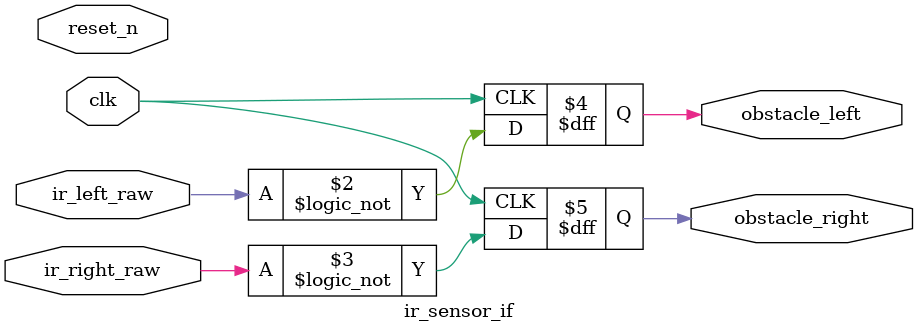
<source format=v>
module ir_sensor_if (
    input  wire clk,
    input  wire reset_n,
    input  wire ir_left_raw, 
    input  wire ir_right_raw,
    output reg  obstacle_left, 
    output reg  obstacle_right
);

    // Invert the signal if your sensor is Active LOW (0 = Object)
    // Most IR modules output 0 when they see something.
    always @(posedge clk) begin
        obstacle_left  <= !ir_left_raw; 
        obstacle_right <= !ir_right_raw;
    end

endmodule
</source>
